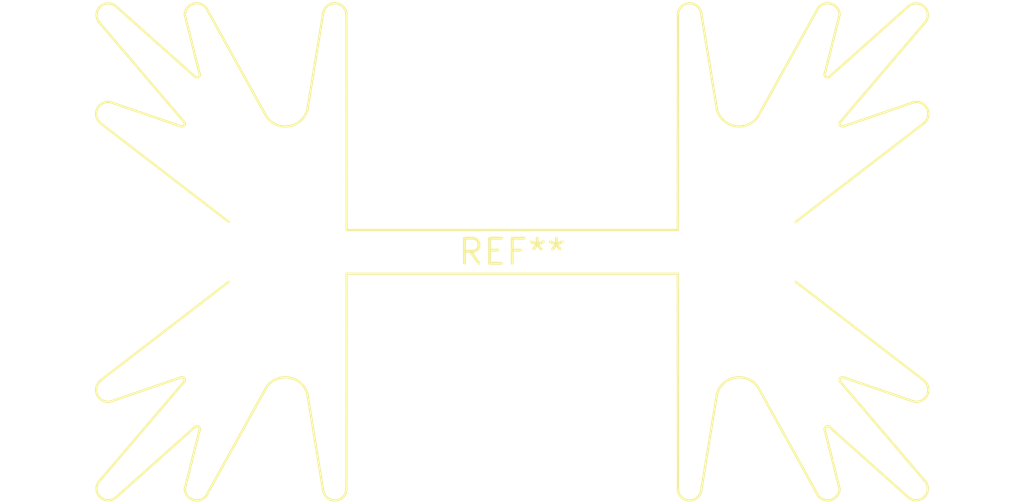
<source format=kicad_pcb>
(kicad_pcb (version 20240108) (generator pcbnew)
  (layers (0 "F.Cu" signal) (31 "B.Cu" signal) (34 "B.Paste" user) (35 "F.Paste" user) (36 "B.SilkS" user "B.Silkscreen") (37 "F.SilkS" user "F.Silkscreen") (38 "B.Mask" user) (39 "F.Mask" user) (44 "Edge.Cuts" user))
  (net 0 "")
  (footprint "Heatsink_Fischer_SK129-STS_42x25mm_2xDrill2.5mm" (layer "F.Cu") (at 0 0)
    (property "Reference" "REF**")
    (property "Value" "Heatsink_Fischer_SK129-STS_42x25mm_2xDrill2.5mm")
    (fp_line (start -20.89 -11.57) (end -16.64 -6.59) (layer "F.SilkS") (stroke (width 0.12)))
    (fp_line (start -20.89 -6.53) (end -14.38 -1.52) (layer "F.SilkS") (stroke (width 0.12)))
    (fp_line (start -20.89 6.53) (end -14.38 1.52) (layer "F.SilkS") (stroke (width 0.12)))
    (fp_line (start -20.89 11.57) (end -16.64 6.59) (layer "F.SilkS") (stroke (width 0.12)))
    (fp_line (start -16.81 -6.37) (end -20.37 -7.59) (layer "F.SilkS") (stroke (width 0.12)))
    (fp_line (start -16.81 6.37) (end -20.37 7.59) (layer "F.SilkS") (stroke (width 0.12)))
    (fp_line (start -16.61 -12.04) (end -15.86 -9.05) (layer "F.SilkS") (stroke (width 0.12)))
    (fp_line (start -16.61 12.04) (end -15.86 9.05) (layer "F.SilkS") (stroke (width 0.12)))
    (fp_line (start -16.11 -8.9) (end -20.14 -12.49) (layer "F.SilkS") (stroke (width 0.12)))
    (fp_line (start -16.11 8.9) (end -20.14 12.49) (layer "F.SilkS") (stroke (width 0.12)))
    (fp_line (start -12.43 -6.8) (end -15.52 -12.37) (layer "F.SilkS") (stroke (width 0.12)))
    (fp_line (start -12.43 6.8) (end -15.52 12.37) (layer "F.SilkS") (stroke (width 0.12)))
    (fp_line (start -9.58 -12.16) (end -10.39 -7.2) (layer "F.SilkS") (stroke (width 0.12)))
    (fp_line (start -9.58 12.16) (end -10.39 7.2) (layer "F.SilkS") (stroke (width 0.12)))
    (fp_line (start -8.41 -12.07) (end -8.4 -1.11) (layer "F.SilkS") (stroke (width 0.12)))
    (fp_line (start -8.41 12.07) (end -8.4 1.11) (layer "F.SilkS") (stroke (width 0.12)))
    (fp_line (start -8.4 -1.11) (end 0 -1.11) (layer "F.SilkS") (stroke (width 0.12)))
    (fp_line (start -8.4 1.11) (end 0 1.11) (layer "F.SilkS") (stroke (width 0.12)))
    (fp_line (start 8.4 -1.11) (end 0 -1.11) (layer "F.SilkS") (stroke (width 0.12)))
    (fp_line (start 8.4 1.11) (end 0 1.11) (layer "F.SilkS") (stroke (width 0.12)))
    (fp_line (start 8.41 -12.07) (end 8.4 -1.11) (layer "F.SilkS") (stroke (width 0.12)))
    (fp_line (start 8.41 12.07) (end 8.4 1.11) (layer "F.SilkS") (stroke (width 0.12)))
    (fp_line (start 9.58 -12.16) (end 10.39 -7.2) (layer "F.SilkS") (stroke (width 0.12)))
    (fp_line (start 9.58 12.16) (end 10.39 7.2) (layer "F.SilkS") (stroke (width 0.12)))
    (fp_line (start 12.43 -6.8) (end 15.52 -12.37) (layer "F.SilkS") (stroke (width 0.12)))
    (fp_line (start 12.43 6.8) (end 15.52 12.37) (layer "F.SilkS") (stroke (width 0.12)))
    (fp_line (start 16.11 -8.9) (end 20.14 -12.49) (layer "F.SilkS") (stroke (width 0.12)))
    (fp_line (start 16.11 8.9) (end 20.14 12.49) (layer "F.SilkS") (stroke (width 0.12)))
    (fp_line (start 16.61 -12.04) (end 15.86 -9.05) (layer "F.SilkS") (stroke (width 0.12)))
    (fp_line (start 16.61 12.04) (end 15.86 9.05) (layer "F.SilkS") (stroke (width 0.12)))
    (fp_line (start 16.81 -6.37) (end 20.37 -7.59) (layer "F.SilkS") (stroke (width 0.12)))
    (fp_line (start 16.81 6.37) (end 20.37 7.59) (layer "F.SilkS") (stroke (width 0.12)))
    (fp_line (start 20.89 -11.57) (end 16.64 -6.59) (layer "F.SilkS") (stroke (width 0.12)))
    (fp_line (start 20.89 -6.53) (end 14.38 -1.52) (layer "F.SilkS") (stroke (width 0.12)))
    (fp_line (start 20.89 6.53) (end 14.38 1.52) (layer "F.SilkS") (stroke (width 0.12)))
    (fp_line (start 20.89 11.57) (end 16.64 6.59) (layer "F.SilkS") (stroke (width 0.12)))
    (fp_arc (start -20.883567 -11.569995) (mid -20.940157 -12.391914) (end -20.12 -12.47) (layer "F.SilkS") (stroke (width 0.12)))
    (fp_arc (start -20.88201 -6.529077) (mid -21.044088 -7.26771) (end -20.36 -7.59) (layer "F.SilkS") (stroke (width 0.12)))
    (fp_arc (start -20.36 7.59) (mid -21.044305 7.267269) (end -20.881246 6.528459) (layer "F.SilkS") (stroke (width 0.12)))
    (fp_arc (start -20.12 12.47) (mid -20.940246 12.391809) (end -20.883361 11.56981) (layer "F.SilkS") (stroke (width 0.12)))
    (fp_arc (start -16.81 6.37) (mid -16.635916 6.413485) (end -16.641006 6.592846) (layer "F.SilkS") (stroke (width 0.12)))
    (fp_arc (start -16.641005 -6.592844) (mid -16.635917 -6.413484) (end -16.81 -6.37) (layer "F.SilkS") (stroke (width 0.12)))
    (fp_arc (start -16.607253 -12.030714) (mid -16.174769 -12.58237) (end -15.51 -12.36) (layer "F.SilkS") (stroke (width 0.12)))
    (fp_arc (start -16.11 8.89) (mid -15.907388 8.875008) (end -15.862738 9.073206) (layer "F.SilkS") (stroke (width 0.12)))
    (fp_arc (start -15.862646 -9.073033) (mid -15.907467 -8.87495) (end -16.11 -8.89) (layer "F.SilkS") (stroke (width 0.12)))
    (fp_arc (start -15.51 12.36) (mid -16.175176 12.582248) (end -16.607296 12.029866) (layer "F.SilkS") (stroke (width 0.12)))
    (fp_arc (start -12.43 6.81) (mid -11.270695 6.386526) (end -10.37849 7.239338) (layer "F.SilkS") (stroke (width 0.12)))
    (fp_arc (start -10.378725 -7.238423) (mid -11.271157 -6.386429) (end -12.43 -6.81) (layer "F.SilkS") (stroke (width 0.12)))
    (fp_arc (start -9.578367 -12.138285) (mid -8.950514 -12.608261) (end -8.41 -12.04) (layer "F.SilkS") (stroke (width 0.12)))
    (fp_arc (start -8.41 12.04) (mid -8.950833 12.608288) (end -9.578495 12.137659) (layer "F.SilkS") (stroke (width 0.12)))
    (fp_arc (start 8.41 -12.04) (mid 8.950833 -12.608288) (end 9.578495 -12.137659) (layer "F.SilkS") (stroke (width 0.12)))
    (fp_arc (start 9.578367 12.138285) (mid 8.950514 12.608261) (end 8.41 12.04) (layer "F.SilkS") (stroke (width 0.12)))
    (fp_arc (start 10.378725 7.238423) (mid 11.271157 6.386429) (end 12.43 6.81) (layer "F.SilkS") (stroke (width 0.12)))
    (fp_arc (start 12.43 -6.81) (mid 11.270695 -6.386526) (end 10.37849 -7.239338) (layer "F.SilkS") (stroke (width 0.12)))
    (fp_arc (start 15.51 -12.36) (mid 16.175176 -12.582248) (end 16.607296 -12.029866) (layer "F.SilkS") (stroke (width 0.12)))
    (fp_arc (start 15.862646 9.073033) (mid 15.907467 8.87495) (end 16.11 8.89) (layer "F.SilkS") (stroke (width 0.12)))
    (fp_arc (start 16.11 -8.89) (mid 15.907388 -8.875008) (end 15.862738 -9.073206) (layer "F.SilkS") (stroke (width 0.12)))
    (fp_arc (start 16.607253 12.030714) (mid 16.174769 12.58237) (end 15.51 12.36) (layer "F.SilkS") (stroke (width 0.12)))
    (fp_arc (start 16.641005 6.592844) (mid 16.635917 6.413484) (end 16.81 6.37) (layer "F.SilkS") (stroke (width 0.12)))
    (fp_arc (start 16.81 -6.37) (mid 16.635916 -6.413485) (end 16.641006 -6.592846) (layer "F.SilkS") (stroke (width 0.12)))
    (fp_arc (start 20.12 -12.47) (mid 20.940246 -12.391809) (end 20.883361 -11.56981) (layer "F.SilkS") (stroke (width 0.12)))
    (fp_arc (start 20.36 -7.59) (mid 21.044305 -7.267269) (end 20.881246 -6.528459) (layer "F.SilkS") (stroke (width 0.12)))
    (fp_arc (start 20.88201 6.529077) (mid 21.044088 7.26771) (end 20.36 7.59) (layer "F.SilkS") (stroke (width 0.12)))
    (fp_arc (start 20.883567 11.569995) (mid 20.940157 12.391914) (end 20.12 12.47) (layer "F.SilkS") (stroke (width 0.12)))
    (pad "1" thru_hole circle (at -12.7 0 180) (size 4 4) (drill 2.5) (layers *.Cu *.Mask) (remove_unused_layers))
    (pad "1" thru_hole circle (at 12.7 0) (size 4 4) (drill 2.5) (layers *.Cu *.Mask) (remove_unused_layers))
  )
)
</source>
